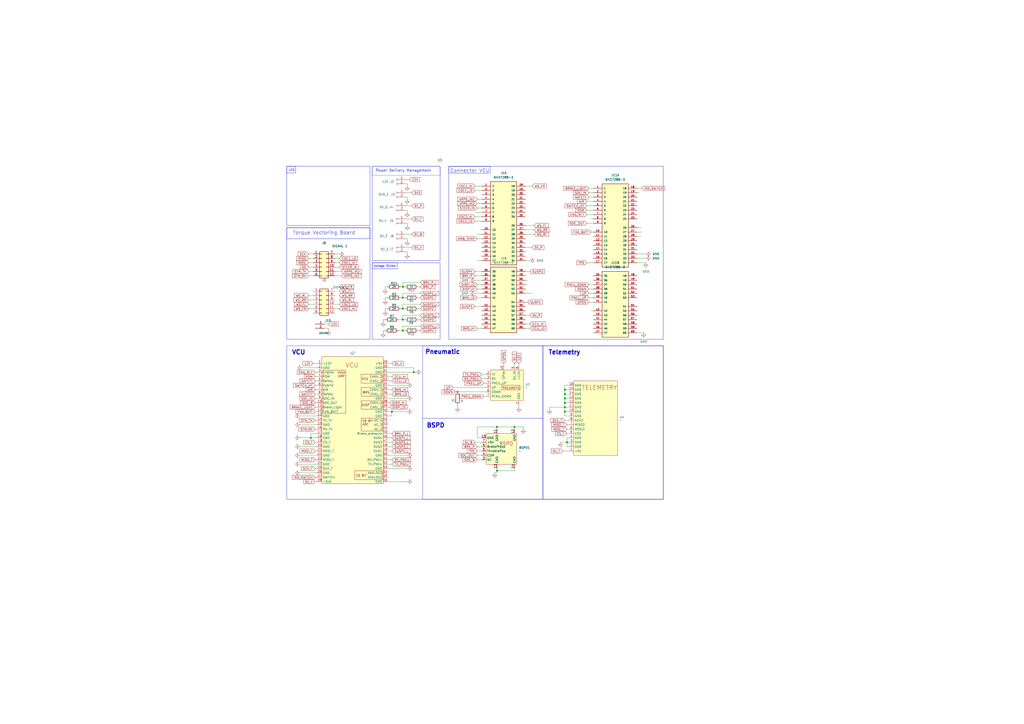
<source format=kicad_sch>
(kicad_sch (version 20250114) (generator "eeschema") (generator_version "9.0")
  (paper "A2")
  (rectangle (start 166.37 132.08) (end 214.63 196.85))
  (rectangle (start 166.37 200.66) (end 384.81 289.56))
  (rectangle (start 314.96 200.66) (end 384.81 289.56))
  (rectangle (start 260.3857 96.6124) (end 284.5157 100.4224))
  (rectangle (start 245.11 200.66) (end 314.96 289.56))
  (rectangle (start 260.35 96.52) (end 384.81 196.85))
  (rectangle (start 215.9 96.52) (end 255.27 151.13))
  (rectangle (start 166.37 132.08) (end 214.63 138.43))
  (rectangle (start 215.9205 152.4245) (end 230.5753 155.9594))
  (rectangle (start 215.9 152.4) (end 255.27 196.85))
  (rectangle (start 166.37 96.52) (end 171.45 100.33))
  (rectangle (start 215.9 96.52) (end 255.27 101.6) (stroke (width 0.0508)))
  (rectangle (start 166.37 96.52) (end 214.63 130.81))
  (text "LED\n" (at 169.164 98.806 0) (effects (font (size 1.27 1.27))))
  (text "Connector VCU" (at 272.5777 99.1524 0) (effects (font (size 2.032 2.032))))
  (text "VCU" (at 173.228 204.47 0) (effects (font (size 2.54 2.54) (thickness 0.508) (bold yes))))
  (text "Torque Vectoring Board\n" (at 187.96 135.128 0) (effects (font (size 2.032 2.032))))
  (text "Telemetry\n" (at 327.406 204.47 0) (effects (font (size 2.54 2.54) (thickness 0.508) (bold yes))))
  (text "Voltage Divider" (at 223.2865 154.4565 0) (effects (font (size 1.143 1.143))))
  (text "BSPD" (at 252.73 246.888 0) (effects (font (size 2.54 2.54) (thickness 0.508) (bold yes))))
  (text "Pneumatic" (at 256.794 204.216 0) (effects (font (size 2.54 2.54) (thickness 0.508) (bold yes))))
  (text "Power Delivery Management\n" (at 233.934 99.06 0) (effects (font (size 1.524 1.524))))
  (junction (at 327.66 228.6))
  (junction (at 233.68 185.42))
  (junction (at 233.68 172.72))
  (junction (at 288.29 247.65))
  (junction (at 327.66 233.68))
  (junction (at 327.66 226.06))
  (junction (at 233.68 166.37))
  (junction (at 233.68 179.07))
  (junction (at 180.34 254))
  (junction (at 327.66 236.22))
  (junction (at 227.33 238.76))
  (junction (at 288.29 273.05))
  (junction (at 327.66 231.14))
  (junction (at 298.45 247.65))
  (junction (at 327.66 238.76))
  (junction (at 233.68 191.77))
  (junction (at 240.03 215.9))
  (junction (at 328.93 256.54))
  (junction (at 265.43 227.33))
  (wire (pts (xy 181.61 173.99) (xy 179.07 173.99)))
  (wire (pts (xy 369.57 109.22) (xy 372.11 109.22)))
  (wire (pts (xy 276.86 190.5) (xy 279.4 190.5)))
  (wire (pts (xy 234.95 121.92) (xy 236.22 121.92)))
  (wire (pts (xy 234.95 106.68) (xy 236.22 106.68)))
  (wire (pts (xy 224.79 251.46) (xy 227.33 251.46)))
  (wire (pts (xy 304.8 190.5) (xy 307.34 190.5)))
  (wire (pts (xy 194.31 154.94) (xy 196.85 154.94)))
  (wire (pts (xy 182.88 243.84) (xy 184.15 243.84)))
  (wire (pts (xy 300.99 210.82) (xy 300.99 212.09)))
  (wire (pts (xy 275.59 160.02) (xy 279.4 160.02)))
  (wire (pts (xy 276.86 172.72) (xy 279.4 172.72)))
  (wire (pts (xy 234.95 185.42) (xy 233.68 185.42)))
  (wire (pts (xy 276.86 259.08) (xy 279.4 259.08)))
  (wire (pts (xy 181.61 179.07) (xy 179.07 179.07)))
  (wire (pts (xy 369.57 193.04) (xy 373.38 193.04)))
  (wire (pts (xy 182.88 261.62) (xy 184.15 261.62)))
  (wire (pts (xy 194.31 157.48) (xy 198.12 157.48)))
  (wire (pts (xy 224.79 266.7) (xy 227.33 266.7)))
  (wire (pts (xy 234.95 104.14) (xy 237.49 104.14)))
  (wire (pts (xy 234.95 114.3) (xy 236.22 114.3)))
  (wire (pts (xy 292.1 210.82) (xy 292.1 212.09)))
  (wire (pts (xy 236.22 146.05) (xy 236.22 147.32)))
  (wire (pts (xy 327.66 238.76) (xy 327.66 236.22)))
  (wire (pts (xy 179.07 154.94) (xy 181.61 154.94)))
  (wire (pts (xy 327.66 226.06) (xy 327.66 228.6)))
  (wire (pts (xy 342.9 134.62) (xy 344.17 134.62)))
  (wire (pts (xy 233.68 189.23) (xy 233.68 191.77)))
  (wire (pts (xy 196.85 179.07) (xy 194.31 179.07)))
  (wire (pts (xy 224.79 220.98) (xy 227.33 220.98)))
  (wire (pts (xy 275.59 107.95) (xy 279.4 107.95)))
  (wire (pts (xy 224.79 223.52) (xy 236.22 223.52)))
  (wire (pts (xy 304.8 143.51) (xy 308.61 143.51)))
  (wire (pts (xy 340.36 116.84) (xy 344.17 116.84)))
  (wire (pts (xy 288.29 247.65) (xy 298.45 247.65)))
  (wire (pts (xy 233.68 182.88) (xy 233.68 185.42)))
  (wire (pts (xy 327.66 231.14) (xy 330.2 231.14)))
  (wire (pts (xy 340.36 129.54) (xy 344.17 129.54)))
  (wire (pts (xy 173.99 241.3) (xy 184.15 241.3)))
  (wire (pts (xy 304.8 157.48) (xy 307.34 157.48)))
  (wire (pts (xy 179.07 152.4) (xy 181.61 152.4)))
  (wire (pts (xy 276.86 261.62) (xy 279.4 261.62)))
  (wire (pts (xy 279.4 217.17) (xy 281.94 217.17)))
  (wire (pts (xy 341.63 170.18) (xy 344.17 170.18)))
  (wire (pts (xy 224.79 271.78) (xy 236.22 271.78)))
  (wire (pts (xy 327.66 233.68) (xy 330.2 233.68)))
  (wire (pts (xy 233.68 191.77) (xy 234.95 191.77)))
  (wire (pts (xy 234.95 146.05) (xy 236.22 146.05)))
  (wire (pts (xy 298.45 271.78) (xy 298.45 273.05)))
  (wire (pts (xy 243.84 163.83) (xy 233.68 163.83)))
  (wire (pts (xy 223.52 166.37) (xy 223.52 167.64)))
  (wire (pts (xy 236.22 231.14) (xy 224.79 231.14)))
  (wire (pts (xy 182.88 236.22) (xy 184.15 236.22)))
  (wire (pts (xy 276.86 138.43) (xy 279.4 138.43)))
  (wire (pts (xy 227.33 241.3) (xy 227.33 238.76)))
  (wire (pts (xy 275.59 162.56) (xy 279.4 162.56)))
  (wire (pts (xy 241.3 215.9) (xy 240.03 215.9)))
  (wire (pts (xy 327.66 223.52) (xy 327.66 226.06)))
  (wire (pts (xy 234.95 143.51) (xy 238.76 143.51)))
  (wire (pts (xy 224.79 228.6) (xy 227.33 228.6)))
  (wire (pts (xy 233.68 170.18) (xy 233.68 172.72)))
  (wire (pts (xy 194.31 147.32) (xy 196.85 147.32)))
  (wire (pts (xy 304.8 187.96) (xy 307.34 187.96)))
  (wire (pts (xy 173.99 246.38) (xy 184.15 246.38)))
  (wire (pts (xy 224.79 226.06) (xy 227.33 226.06)))
  (wire (pts (xy 243.84 170.18) (xy 233.68 170.18)))
  (wire (pts (xy 279.4 254) (xy 276.86 254)))
  (wire (pts (xy 224.79 241.3) (xy 227.33 241.3)))
  (wire (pts (xy 327.66 238.76) (xy 330.2 238.76)))
  (wire (pts (xy 236.22 129.54) (xy 236.22 130.81)))
  (wire (pts (xy 280.67 222.25) (xy 281.94 222.25)))
  (wire (pts (xy 224.79 166.37) (xy 223.52 166.37)))
  (wire (pts (xy 275.59 125.73) (xy 279.4 125.73)))
  (wire (pts (xy 242.57 191.77) (xy 243.84 191.77)))
  (wire (pts (xy 181.61 176.53) (xy 179.07 176.53)))
  (wire (pts (xy 243.84 182.88) (xy 233.68 182.88)))
  (wire (pts (xy 276.86 254) (xy 276.86 247.65)))
  (wire (pts (xy 187.96 190.5) (xy 190.5 190.5)))
  (wire (pts (xy 304.8 135.89) (xy 309.88 135.89)))
  (wire (pts (xy 327.66 243.84) (xy 330.2 243.84)))
  (wire (pts (xy 232.41 172.72) (xy 233.68 172.72)))
  (wire (pts (xy 224.79 172.72) (xy 223.52 172.72)))
  (wire (pts (xy 182.88 233.68) (xy 184.15 233.68)))
  (wire (pts (xy 276.86 266.7) (xy 279.4 266.7)))
  (wire (pts (xy 222.25 185.42) (xy 222.25 186.69)))
  (wire (pts (xy 224.79 213.36) (xy 240.03 213.36)))
  (wire (pts (xy 275.59 157.48) (xy 279.4 157.48)))
  (wire (pts (xy 196.85 176.53) (xy 194.31 176.53)))
  (wire (pts (xy 223.52 172.72) (xy 223.52 173.99)))
  (wire (pts (xy 275.59 110.49) (xy 279.4 110.49)))
  (wire (pts (xy 342.9 180.34) (xy 344.17 180.34)))
  (wire (pts (xy 224.79 210.82) (xy 227.33 210.82)))
  (wire (pts (xy 369.57 147.32) (xy 374.65 147.32)))
  (wire (pts (xy 224.79 233.68) (xy 226.06 233.68)))
  (wire (pts (xy 242.57 166.37) (xy 243.84 166.37)))
  (wire (pts (xy 242.57 172.72) (xy 243.84 172.72)))
  (wire (pts (xy 236.22 106.68) (xy 236.22 107.95)))
  (wire (pts (xy 341.63 111.76) (xy 344.17 111.76)))
  (wire (pts (xy 369.57 137.16) (xy 372.11 137.16)))
  (wire (pts (xy 341.63 167.64) (xy 344.17 167.64)))
  (wire (pts (xy 276.86 151.13) (xy 279.4 151.13)))
  (wire (pts (xy 327.66 231.14) (xy 327.66 233.68)))
  (wire (pts (xy 287.02 274.32) (xy 288.29 274.32)))
  (wire (pts (xy 182.88 266.7) (xy 184.15 266.7)))
  (wire (pts (xy 275.59 170.18) (xy 279.4 170.18)))
  (wire (pts (xy 298.45 247.65) (xy 303.53 247.65)))
  (wire (pts (xy 222.25 191.77) (xy 222.25 193.04)))
  (wire (pts (xy 224.79 254) (xy 227.33 254)))
  (wire (pts (xy 173.99 264.16) (xy 184.15 264.16)))
  (wire (pts (xy 276.86 135.89) (xy 279.4 135.89)))
  (wire (pts (xy 194.31 160.02) (xy 198.12 160.02)))
  (wire (pts (xy 234.95 135.89) (xy 238.76 135.89)))
  (wire (pts (xy 330.2 241.3) (xy 327.66 241.3)))
  (wire (pts (xy 340.36 119.38) (xy 344.17 119.38)))
  (wire (pts (xy 276.86 165.1) (xy 279.4 165.1)))
  (wire (pts (xy 184.15 251.46) (xy 180.34 251.46)))
  (wire (pts (xy 304.8 162.56) (xy 306.07 162.56)))
  (wire (pts (xy 182.88 218.44) (xy 184.15 218.44)))
  (wire (pts (xy 233.68 176.53) (xy 233.68 179.07)))
  (wire (pts (xy 265.43 227.33) (xy 281.94 227.33)))
  (wire (pts (xy 231.14 191.77) (xy 233.68 191.77)))
  (wire (pts (xy 224.79 215.9) (xy 240.03 215.9)))
  (wire (pts (xy 369.57 152.4) (xy 374.65 152.4)))
  (wire (pts (xy 342.9 127) (xy 344.17 127)))
  (wire (pts (xy 223.52 185.42) (xy 222.25 185.42)))
  (wire (pts (xy 236.22 114.3) (xy 236.22 115.57)))
  (wire (pts (xy 233.68 179.07) (xy 234.95 179.07)))
  (wire (pts (xy 369.57 111.76) (xy 370.84 111.76)))
  (wire (pts (xy 182.88 220.98) (xy 184.15 220.98)))
  (wire (pts (xy 234.95 129.54) (xy 236.22 129.54)))
  (wire (pts (xy 275.59 177.8) (xy 279.4 177.8)))
  (wire (pts (xy 280.67 229.87) (xy 281.94 229.87)))
  (wire (pts (xy 243.84 176.53) (xy 233.68 176.53)))
  (wire (pts (xy 304.8 170.18) (xy 308.61 170.18)))
  (wire (pts (xy 327.66 228.6) (xy 330.2 228.6)))
  (wire (pts (xy 175.26 213.36) (xy 184.15 213.36)))
  (wire (pts (xy 288.29 274.32) (xy 288.29 273.05)))
  (wire (pts (xy 275.59 128.27) (xy 279.4 128.27)))
  (wire (pts (xy 234.95 111.76) (xy 238.76 111.76)))
  (wire (pts (xy 242.57 179.07) (xy 243.84 179.07)))
  (wire (pts (xy 179.07 160.02) (xy 181.61 160.02)))
  (wire (pts (xy 288.29 273.05) (xy 288.29 271.78)))
  (wire (pts (xy 327.66 233.68) (xy 327.66 236.22)))
  (wire (pts (xy 223.52 179.07) (xy 223.52 180.34)))
  (wire (pts (xy 182.88 276.86) (xy 184.15 276.86)))
  (wire (pts (xy 276.86 120.65) (xy 279.4 120.65)))
  (wire (pts (xy 181.61 210.82) (xy 184.15 210.82)))
  (wire (pts (xy 278.13 133.35) (xy 279.4 133.35)))
  (wire (pts (xy 328.93 256.54) (xy 328.93 259.08)))
  (wire (pts (xy 173.99 259.08) (xy 184.15 259.08)))
  (wire (pts (xy 182.88 226.06) (xy 184.15 226.06)))
  (wire (pts (xy 180.34 254) (xy 184.15 254)))
  (wire (pts (xy 340.36 121.92) (xy 344.17 121.92)))
  (wire (pts (xy 224.79 261.62) (xy 227.33 261.62)))
  (wire (pts (xy 303.53 247.65) (xy 303.53 248.92)))
  (wire (pts (xy 233.68 172.72) (xy 234.95 172.72)))
  (wire (pts (xy 330.2 254) (xy 328.93 254)))
  (wire (pts (xy 232.41 179.07) (xy 233.68 179.07)))
  (wire (pts (xy 173.99 269.24) (xy 184.15 269.24)))
  (wire (pts (xy 240.03 213.36) (xy 240.03 215.9)))
  (wire (pts (xy 298.45 247.65) (xy 298.45 248.92)))
  (wire (pts (xy 369.57 134.62) (xy 372.11 134.62)))
  (wire (pts (xy 234.95 138.43) (xy 236.22 138.43)))
  (wire (pts (xy 224.79 256.54) (xy 227.33 256.54)))
  (wire (pts (xy 304.8 175.26) (xy 306.07 175.26)))
  (wire (pts (xy 341.63 165.1) (xy 344.17 165.1)))
  (wire (pts (xy 341.63 175.26) (xy 344.17 175.26)))
  (wire (pts (xy 327.66 241.3) (xy 327.66 238.76)))
  (wire (pts (xy 233.68 166.37) (xy 234.95 166.37)))
  (wire (pts (xy 233.68 163.83) (xy 233.68 166.37)))
  (wire (pts (xy 328.93 248.92) (xy 330.2 248.92)))
  (wire (pts (xy 330.2 256.54) (xy 328.93 256.54)))
  (wire (pts (xy 298.45 210.82) (xy 298.45 212.09)))
  (wire (pts (xy 327.66 236.22) (xy 318.77 236.22)))
  (wire (pts (xy 224.79 279.4) (xy 236.22 279.4)))
  (wire (pts (xy 224.79 238.76) (xy 227.33 238.76)))
  (wire (pts (xy 330.2 251.46) (xy 328.93 251.46)))
  (wire (pts (xy 182.88 279.4) (xy 184.15 279.4)))
  (wire (pts (xy 190.5 190.5) (xy 190.5 191.77)))
  (wire (pts (xy 242.57 185.42) (xy 243.84 185.42)))
  (wire (pts (xy 300.99 234.95) (xy 300.99 236.22)))
  (wire (pts (xy 194.31 149.86) (xy 196.85 149.86)))
  (wire (pts (xy 194.31 152.4) (xy 196.85 152.4)))
  (wire (pts (xy 304.8 107.95) (xy 308.61 107.95)))
  (wire (pts (xy 182.88 248.92) (xy 184.15 248.92)))
  (wire (pts (xy 187.96 187.96) (xy 190.5 187.96)))
  (wire (pts (xy 264.16 227.33) (xy 265.43 227.33)))
  (wire (pts (xy 304.8 182.88) (xy 307.34 182.88)))
  (wire (pts (xy 231.14 185.42) (xy 233.68 185.42)))
  (wire (pts (xy 181.61 171.45) (xy 179.07 171.45)))
  (wire (pts (xy 236.22 121.92) (xy 236.22 123.19)))
  (wire (pts (xy 369.57 149.86) (xy 374.65 149.86)))
  (wire (pts (xy 288.29 247.65) (xy 288.29 248.92)))
  (wire (pts (xy 182.88 231.14) (xy 184.15 231.14)))
  (wire (pts (xy 224.79 236.22) (xy 226.06 236.22)))
  (wire (pts (xy 326.39 261.62) (xy 330.2 261.62)))
  (wire (pts (xy 275.59 123.19) (xy 279.4 123.19)))
  (wire (pts (xy 224.79 179.07) (xy 223.52 179.07)))
  (wire (pts (xy 304.8 165.1) (xy 306.07 165.1)))
  (wire (pts (xy 236.22 138.43) (xy 236.22 139.7)))
  (wire (pts (xy 328.93 246.38) (xy 330.2 246.38)))
  (wire (pts (xy 224.79 259.08) (xy 227.33 259.08)))
  (wire (pts (xy 224.79 218.44) (xy 227.33 218.44)))
  (wire (pts (xy 275.59 256.54) (xy 279.4 256.54)))
  (wire (pts (xy 224.79 264.16) (xy 236.22 264.16)))
  (wire (pts (xy 224.79 269.24) (xy 227.33 269.24)))
  (wire (pts (xy 327.66 223.52) (xy 330.2 223.52)))
  (wire (pts (xy 173.99 274.32) (xy 184.15 274.32)))
  (wire (pts (xy 234.95 127) (xy 238.76 127)))
  (wire (pts (xy 340.36 124.46) (xy 344.17 124.46)))
  (wire (pts (xy 179.07 147.32) (xy 181.61 147.32)))
  (wire (pts (xy 223.52 191.77) (xy 222.25 191.77)))
  (wire (pts (xy 327.66 226.06) (xy 330.2 226.06)))
  (wire (pts (xy 304.8 130.81) (xy 309.88 130.81)))
  (wire (pts (xy 182.88 256.54) (xy 184.15 256.54)))
  (wire (pts (xy 180.34 251.46) (xy 180.34 254)))
  (wire (pts (xy 182.88 271.78) (xy 184.15 271.78)))
  (wire (pts (xy 325.12 256.54) (xy 328.93 256.54)))
  (wire (pts (xy 227.33 238.76) (xy 236.22 238.76)))
  (wire (pts (xy 262.89 224.79) (xy 281.94 224.79)))
  (wire (pts (xy 304.8 133.35) (xy 309.88 133.35)))
  (wire (pts (xy 276.86 167.64) (xy 279.4 167.64)))
  (polyline (pts (xy 245.11 242.57) (xy 314.96 242.57)))
  (wire (pts (xy 327.66 236.22) (xy 330.2 236.22)))
  (wire (pts (xy 318.77 236.22) (xy 318.77 237.49)))
  (wire (pts (xy 182.88 228.6) (xy 184.15 228.6)))
  (wire (pts (xy 327.66 228.6) (xy 327.66 231.14)))
  (wire (pts (xy 182.88 223.52) (xy 184.15 223.52)))
  (wire (pts (xy 369.57 132.08) (xy 372.11 132.08)))
  (wire (pts (xy 341.63 114.3) (xy 344.17 114.3)))
  (wire (pts (xy 182.88 215.9) (xy 184.15 215.9)))
  (wire (pts (xy 340.36 152.4) (xy 344.17 152.4)))
  (wire (pts (xy 276.86 115.57) (xy 279.4 115.57)))
  (wire (pts (xy 328.93 259.08) (xy 330.2 259.08)))
  (wire (pts (xy 276.86 247.65) (xy 288.29 247.65)))
  (wire (pts (xy 173.99 254) (xy 180.34 254)))
  (wire (pts (xy 234.95 119.38) (xy 238.76 119.38)))
  (wire (pts (xy 276.86 118.11) (xy 279.4 118.11)))
  (wire (pts (xy 328.93 254) (xy 328.93 256.54)))
  (wire (pts (xy 265.43 234.95) (xy 265.43 236.22)))
  (wire (pts (xy 341.63 172.72) (xy 344.17 172.72)))
  (wire (pts (xy 304.8 151.13) (xy 307.34 151.13)))
  (wire (pts (xy 179.07 157.48) (xy 181.61 157.48)))
  (wire (pts (xy 243.84 189.23) (xy 233.68 189.23)))
  (wire (pts (xy 232.41 166.37) (xy 233.68 166.37)))
  (wire (pts (xy 276.86 264.16) (xy 279.4 264.16)))
  (wire (pts (xy 182.88 238.76) (xy 184.15 238.76)))
  (wire (pts (xy 279.4 219.71) (xy 281.94 219.71)))
  (wire (pts (xy 341.63 109.22) (xy 344.17 109.22)))
  (wire (pts (xy 179.07 149.86) (xy 181.61 149.86)))
  (wire (pts (xy 298.45 273.05) (xy 288.29 273.05)))
  (global_label "WS_RL" (shape input) (at 309.88 135.89 0) (property "Intersheetrefs" "${INTERSHEET_REFS}" (effects (hide yes))))
  (global_label "SCK_T" (shape input) (at 182.88 271.78 180) (property "Intersheetrefs" "${INTERSHEET_REFS}" (effects (hide yes))))
  (global_label "SWITCH_HY" (shape input) (at 182.88 223.52 180) (property "Intersheetrefs" "${INTERSHEET_REFS}" (effects (hide yes))))
  (global_label "BMS_LO" (shape input) (at 276.86 172.72 180) (property "Intersheetrefs" "${INTERSHEET_REFS}" (effects (hide yes))))
  (global_label "5V_B" (shape input) (at 275.59 256.54 180) (property "Intersheetrefs" "${INTERSHEET_REFS}" (effects (hide yes))))
  (global_label "SUSP1_L" (shape input) (at 243.84 170.18 0) (property "Intersheetrefs" "${INTERSHEET_REFS}" (effects (hide yes))))
  (global_label "SCK" (shape input) (at 179.07 147.32 180) (property "Intersheetrefs" "${INTERSHEET_REFS}" (effects (hide yes))))
  (global_label "DISP_LO" (shape input) (at 276.86 165.1 180) (property "Intersheetrefs" "${INTERSHEET_REFS}" (effects (hide yes))))
  (global_label "BMS_HI" (shape input) (at 276.86 190.5 180) (property "Intersheetrefs" "${INTERSHEET_REFS}" (effects (hide yes))))
  (global_label "MOSI" (shape input) (at 179.07 152.4 180) (property "Intersheetrefs" "${INTERSHEET_REFS}" (effects (hide yes))))
  (global_label "WS_FL" (shape input) (at 196.85 168.91 0) (property "Intersheetrefs" "${INTERSHEET_REFS}" (effects (hide yes))))
  (global_label "TX_PNEU" (shape input) (at 227.33 269.24 0) (property "Intersheetrefs" "${INTERSHEET_REFS}" (effects (hide yes))))
  (global_label "IND_SWITCH" (shape input) (at 372.11 109.22 0) (property "Intersheetrefs" "${INTERSHEET_REFS}" (effects (hide yes))))
  (global_label "UP" (shape input) (at 262.89 224.79 180) (property "Intersheetrefs" "${INTERSHEET_REFS}" (effects (hide yes))))
  (global_label "5V_V" (shape input) (at 182.88 279.4 180) (property "Intersheetrefs" "${INTERSHEET_REFS}" (effects (hide yes))))
  (global_label "SUSP4" (shape input) (at 275.59 157.48 180) (property "Intersheetrefs" "${INTERSHEET_REFS}" (effects (hide yes))))
  (global_label "5V_T" (shape input) (at 298.45 210.82 90) (property "Intersheetrefs" "${INTERSHEET_REFS}" (effects (hide yes))))
  (global_label "AIR" (shape input) (at 182.88 226.06 180) (property "Intersheetrefs" "${INTERSHEET_REFS}" (effects (hide yes))))
  (global_label "WS_FR" (shape input) (at 308.61 107.95 0) (property "Intersheetrefs" "${INTERSHEET_REFS}" (effects (hide yes))))
  (global_label "WS_FL" (shape input) (at 309.88 130.81 0) (property "Intersheetrefs" "${INTERSHEET_REFS}" (effects (hide yes))))
  (global_label "FAN_BATT" (shape input) (at 342.9 134.62 180) (property "Intersheetrefs" "${INTERSHEET_REFS}" (effects (hide yes))))
  (global_label "12V" (shape input) (at 300.99 210.82 90) (property "Intersheetrefs" "${INTERSHEET_REFS}" (effects (hide yes))))
  (global_label "STM_RX" (shape input) (at 179.07 160.02 180) (property "Intersheetrefs" "${INTERSHEET_REFS}" (effects (hide yes))))
  (global_label "SAFETY" (shape input) (at 182.88 220.98 180) (property "Intersheetrefs" "${INTERSHEET_REFS}" (effects (hide yes))))
  (global_label "MISO_T" (shape input) (at 182.88 266.7 180) (property "Intersheetrefs" "${INTERSHEET_REFS}" (effects (hide yes))))
  (global_label "DOWN" (shape input) (at 264.16 227.33 180) (property "Intersheetrefs" "${INTERSHEET_REFS}" (effects (hide yes))))
  (global_label "SDC_B" (shape input) (at 182.88 233.68 180) (property "Intersheetrefs" "${INTERSHEET_REFS}" (effects (hide yes))))
  (global_label "SUSP4_L" (shape input) (at 243.84 189.23 0) (property "Intersheetrefs" "${INTERSHEET_REFS}" (effects (hide yes))))
  (global_label "SUSP4_L" (shape input) (at 227.33 254 0) (property "Intersheetrefs" "${INTERSHEET_REFS}" (effects (hide yes))))
  (global_label "SUSP1" (shape input) (at 306.07 175.26 0) (property "Intersheetrefs" "${INTERSHEET_REFS}" (effects (hide yes))))
  (global_label "PDM" (shape input) (at 182.88 218.44 180) (property "Intersheetrefs" "${INTERSHEET_REFS}" (effects (hide yes))))
  (global_label "ENG_RLY" (shape input) (at 182.88 215.9 180) (property "Intersheetrefs" "${INTERSHEET_REFS}" (effects (hide yes))))
  (global_label "ESC1_HI" (shape input) (at 275.59 107.95 180) (property "Intersheetrefs" "${INTERSHEET_REFS}" (effects (hide yes))))
  (global_label "5V_B" (shape input) (at 238.76 135.89 0) (property "Intersheetrefs" "${INTERSHEET_REFS}" (effects (hide yes))))
  (global_label "SUSP3_L" (shape input) (at 227.33 256.54 0) (property "Intersheetrefs" "${INTERSHEET_REFS}" (effects (hide yes))))
  (global_label "WS_RR" (shape input) (at 309.88 133.35 0) (property "Intersheetrefs" "${INTERSHEET_REFS}" (effects (hide yes))))
  (global_label "WS_FR" (shape input) (at 179.07 179.07 180) (property "Intersheetrefs" "${INTERSHEET_REFS}" (effects (hide yes))))
  (global_label "RX_PNEU" (shape input) (at 227.33 266.7 0) (property "Intersheetrefs" "${INTERSHEET_REFS}" (effects (hide yes))))
  (global_label "ESC1_LO" (shape input) (at 196.85 149.86 0) (property "Intersheetrefs" "${INTERSHEET_REFS}" (effects (hide yes))))
  (global_label "SUSP2_L" (shape input) (at 227.33 259.08 0) (property "Intersheetrefs" "${INTERSHEET_REFS}" (effects (hide yes))))
  (global_label "ECU_HI" (shape input) (at 307.34 187.96 0) (property "Intersheetrefs" "${INTERSHEET_REFS}" (effects (hide yes))))
  (global_label "12V" (shape input) (at 190.5 187.96 0) (property "Intersheetrefs" "${INTERSHEET_REFS}" (effects (hide yes))))
  (global_label "DISP_HI" (shape input) (at 276.86 167.64 180) (property "Intersheetrefs" "${INTERSHEET_REFS}" (effects (hide yes))))
  (global_label "12V" (shape input) (at 237.49 104.14 0) (property "Intersheetrefs" "${INTERSHEET_REFS}" (effects (hide yes))))
  (global_label "5V_V" (shape input) (at 238.76 143.51 0) (property "Intersheetrefs" "${INTERSHEET_REFS}" (effects (hide yes))))
  (global_label "SUSP1" (shape input) (at 243.84 172.72 0) (property "Intersheetrefs" "${INTERSHEET_REFS}" (effects (hide yes))))
  (global_label "APPS_IN1" (shape input) (at 198.12 160.02 0) (property "Intersheetrefs" "${INTERSHEET_REFS}" (effects (hide yes))))
  (global_label "SUSP2" (shape input) (at 307.34 157.48 0) (property "Intersheetrefs" "${INTERSHEET_REFS}" (effects (hide yes))))
  (global_label "ESC2_LO" (shape input) (at 196.85 176.53 0) (property "Intersheetrefs" "${INTERSHEET_REFS}" (effects (hide yes))))
  (global_label "TX_PNEU" (shape input) (at 279.4 217.17 180) (property "Intersheetrefs" "${INTERSHEET_REFS}" (effects (hide yes))))
  (global_label "MOSI_T" (shape input) (at 182.88 261.62 180) (property "Intersheetrefs" "${INTERSHEET_REFS}" (effects (hide yes))))
  (global_label "ESC2_LO" (shape input) (at 275.59 128.27 180) (property "Intersheetrefs" "${INTERSHEET_REFS}" (effects (hide yes))))
  (global_label "WS_FL" (shape input) (at 179.07 176.53 180) (property "Intersheetrefs" "${INTERSHEET_REFS}" (effects (hide yes))))
  (global_label "SUSP3" (shape input) (at 243.84 185.42 0) (property "Intersheetrefs" "${INTERSHEET_REFS}" (effects (hide yes))))
  (global_label "RX_PNEU" (shape input) (at 279.4 219.71 180) (property "Intersheetrefs" "${INTERSHEET_REFS}" (effects (hide yes))))
  (global_label "CS_T" (shape input) (at 182.88 256.54 180) (property "Intersheetrefs" "${INTERSHEET_REFS}" (effects (hide yes))))
  (global_label "DISP_LO" (shape input) (at 226.06 236.22 0) (property "Intersheetrefs" "${INTERSHEET_REFS}" (effects (hide yes))))
  (global_label "PNEU_DOWN" (shape input) (at 341.63 165.1 180) (property "Intersheetrefs" "${INTERSHEET_REFS}" (effects (hide yes))))
  (global_label "5V_V" (shape input) (at 227.33 210.82 0) (property "Intersheetrefs" "${INTERSHEET_REFS}" (effects (hide yes))))
  (global_label "5V_T" (shape input) (at 238.76 127 0) (property "Intersheetrefs" "${INTERSHEET_REFS}" (effects (hide yes))))
  (global_label "5V_P" (shape input) (at 308.61 143.51 0) (property "Intersheetrefs" "${INTERSHEET_REFS}" (effects (hide yes))))
  (global_label "SUSP3_L" (shape input) (at 243.84 182.88 0) (property "Intersheetrefs" "${INTERSHEET_REFS}" (effects (hide yes))))
  (global_label "PNEU_DOWN" (shape input) (at 280.67 229.87 180) (property "Intersheetrefs" "${INTERSHEET_REFS}" (effects (hide yes))))
  (global_label "FAN_BATT" (shape input) (at 182.88 238.76 180) (property "Intersheetrefs" "${INTERSHEET_REFS}" (effects (hide yes))))
  (global_label "WS_FR" (shape input) (at 196.85 166.37 0) (property "Intersheetrefs" "${INTERSHEET_REFS}" (effects (hide yes))))
  (global_label "SUSP3" (shape input) (at 275.59 177.8 180) (property "Intersheetrefs" "${INTERSHEET_REFS}" (effects (hide yes))))
  (global_label "SWITCH_HY" (shape input) (at 340.36 119.38 180) (property "Intersheetrefs" "${INTERSHEET_REFS}" (effects (hide yes))))
  (global_label "PDM" (shape input) (at 340.36 121.92 180) (property "Intersheetrefs" "${INTERSHEET_REFS}" (effects (hide yes))))
  (global_label "AMB_TEMP" (shape input) (at 276.86 138.43 180) (property "Intersheetrefs" "${INTERSHEET_REFS}" (effects (hide yes))))
  (global_label "APPS_IN1" (shape input) (at 276.86 115.57 180) (property "Intersheetrefs" "${INTERSHEET_REFS}" (effects (hide yes))))
  (global_label "SDC_B" (shape input) (at 276.86 266.7 180) (property "Intersheetrefs" "${INTERSHEET_REFS}" (effects (hide yes))))
  (global_label "SCK_T" (shape input) (at 327.66 243.84 180) (property "Intersheetrefs" "${INTERSHEET_REFS}" (effects (hide yes))))
  (global_label "GPOS" (shape input) (at 341.63 175.26 180) (property "Intersheetrefs" "${INTERSHEET_REFS}" (effects (hide yes))))
  (global_label "STEER_IN" (shape input) (at 196.85 154.94 0) (property "Intersheetrefs" "${INTERSHEET_REFS}" (effects (hide yes))))
  (global_label "UP" (shape input) (at 341.63 170.18 180) (property "Intersheetrefs" "${INTERSHEET_REFS}" (effects (hide yes))))
  (global_label "APPS_IN2" (shape input) (at 198.12 157.48 0) (property "Intersheetrefs" "${INTERSHEET_REFS}" (effects (hide yes))))
  (global_label "BRAKE_LIGHT" (shape input) (at 341.63 109.22 180) (property "Intersheetrefs" "${INTERSHEET_REFS}" (effects (hide yes))))
  (global_label "BRK_P" (shape input) (at 276.86 259.08 180) (property "Intersheetrefs" "${INTERSHEET_REFS}" (effects (hide yes))))
  (global_label "STM_TX" (shape input) (at 179.07 157.48 180) (property "Intersheetrefs" "${INTERSHEET_REFS}" (effects (hide yes))))
  (global_label "ECU_HI" (shape input) (at 227.33 218.44 0) (property "Intersheetrefs" "${INTERSHEET_REFS}" (effects (hide yes))))
  (global_label "MISO_T" (shape input) (at 328.93 246.38 180) (property "Intersheetrefs" "${INTERSHEET_REFS}" (effects (hide yes))))
  (global_label "BRK_P_L" (shape input) (at 243.84 163.83 0) (property "Intersheetrefs" "${INTERSHEET_REFS}" (effects (hide yes))))
  (global_label "PNEU_UP" (shape input) (at 341.63 172.72 180) (property "Intersheetrefs" "${INTERSHEET_REFS}" (effects (hide yes))))
  (global_label "SUSP1_L" (shape input) (at 227.33 261.62 0) (property "Intersheetrefs" "${INTERSHEET_REFS}" (effects (hide yes))))
  (global_label "SDC_IN" (shape input) (at 341.63 111.76 180) (property "Intersheetrefs" "${INTERSHEET_REFS}" (effects (hide yes))))
  (global_label "SDC_OUT" (shape input) (at 276.86 264.16 180) (property "Intersheetrefs" "${INTERSHEET_REFS}" (effects (hide yes))))
  (global_label "SUSP4" (shape input) (at 243.84 191.77 0) (property "Intersheetrefs" "${INTERSHEET_REFS}" (effects (hide yes))))
  (global_label "AIR" (shape input) (at 340.36 116.84 180) (property "Intersheetrefs" "${INTERSHEET_REFS}" (effects (hide yes))))
  (global_label "TPS" (shape input) (at 276.86 261.62 180) (property "Intersheetrefs" "${INTERSHEET_REFS}" (effects (hide yes))))
  (global_label "MOSI_T" (shape input) (at 328.93 248.92 180) (property "Intersheetrefs" "${INTERSHEET_REFS}" (effects (hide yes))))
  (global_label "ESC2_HI" (shape input) (at 196.85 179.07 0) (property "Intersheetrefs" "${INTERSHEET_REFS}" (effects (hide yes))))
  (global_label "ECU_LO" (shape input) (at 227.33 220.98 0) (property "Intersheetrefs" "${INTERSHEET_REFS}" (effects (hide yes))))
  (global_label "IND_SWITCH" (shape input) (at 182.88 276.86 180) (property "Intersheetrefs" "${INTERSHEET_REFS}" (effects (hide yes))))
  (global_label "WS_RL" (shape input) (at 196.85 173.99 0) (property "Intersheetrefs" "${INTERSHEET_REFS}" (effects (hide yes))))
  (global_label "TPS" (shape input) (at 340.36 152.4 180) (property "Intersheetrefs" "${INTERSHEET_REFS}" (effects (hide yes))))
  (global_label "BRK_P" (shape input) (at 243.84 166.37 0) (property "Intersheetrefs" "${INTERSHEET_REFS}" (effects (hide yes))))
  (global_label "ESC1_HI" (shape input) (at 196.85 152.4 0) (property "Intersheetrefs" "${INTERSHEET_REFS}" (effects (hide yes))))
  (global_label "ESC2_HI" (shape input) (at 275.59 125.73 180) (property "Intersheetrefs" "${INTERSHEET_REFS}" (effects (hide yes))))
  (global_label "SUSP2" (shape input) (at 243.84 179.07 0) (property "Intersheetrefs" "${INTERSHEET_REFS}" (effects (hide yes))))
  (global_label "ESC1_LO" (shape input) (at 275.59 110.49 180) (property "Intersheetrefs" "${INTERSHEET_REFS}" (effects (hide yes))))
  (global_label "STM_RX" (shape input) (at 182.88 248.92 180) (property "Intersheetrefs" "${INTERSHEET_REFS}" (effects (hide yes))))
  (global_label "5V_T" (shape input) (at 326.39 261.62 180) (property "Intersheetrefs" "${INTERSHEET_REFS}" (effects (hide yes))))
  (global_label "ECU_LO" (shape input) (at 307.34 190.5 0) (property "Intersheetrefs" "${INTERSHEET_REFS}" (effects (hide yes))))
  (global_label "DISP_HI" (shape input) (at 226.06 233.68 0) (property "Intersheetrefs" "${INTERSHEET_REFS}" (effects (hide yes))))
  (global_label "SAFETY" (shape input) (at 182.88 228.6 180) (property "Intersheetrefs" "${INTERSHEET_REFS}" (effects (hide yes))))
  (global_label "5V_P" (shape input) (at 307.34 182.88 0) (property "Intersheetrefs" "${INTERSHEET_REFS}" (effects (hide yes))))
  (global_label "STEER_IN" (shape input) (at 276.86 120.65 180) (property "Intersheetrefs" "${INTERSHEET_REFS}" (effects (hide yes))))
  (global_label "BRK_P" (shape input) (at 275.59 160.02 180) (property "Intersheetrefs" "${INTERSHEET_REFS}" (effects (hide yes))))
  (global_label "GPOS" (shape input) (at 292.1 210.82 90) (property "Intersheetrefs" "${INTERSHEET_REFS}" (effects (hide yes))))
  (global_label "12V" (shape input) (at 181.61 210.82 180) (property "Intersheetrefs" "${INTERSHEET_REFS}" (effects (hide yes))))
  (global_label "BRK_P_L" (shape input) (at 227.33 251.46 0) (property "Intersheetrefs" "${INTERSHEET_REFS}" (effects (hide yes))))
  (global_label "WS_RR" (shape input) (at 179.07 173.99 180) (property "Intersheetrefs" "${INTERSHEET_REFS}" (effects (hide yes))))
  (global_label "3V3" (shape input) (at 238.76 111.76 0) (property "Intersheetrefs" "${INTERSHEET_REFS}" (effects (hide yes))))
  (global_label "DOWN" (shape input) (at 341.63 167.64 180) (property "Intersheetrefs" "${INTERSHEET_REFS}" (effects (hide yes))))
  (global_label "MISO" (shape input) (at 179.07 149.86 180) (property "Intersheetrefs" "${INTERSHEET_REFS}" (effects (hide yes))))
  (global_label "BMS_HI" (shape input) (at 227.33 226.06 0) (property "Intersheetrefs" "${INTERSHEET_REFS}" (effects (hide yes))))
  (global_label "PNEU_UP" (shape input) (at 280.67 222.25 180) (property "Intersheetrefs" "${INTERSHEET_REFS}" (effects (hide yes))))
  (global_label "SDC_IN" (shape input) (at 182.88 231.14 180) (property "Intersheetrefs" "${INTERSHEET_REFS}" (effects (hide yes))))
  (global_label "WS_RL" (shape input) (at 179.07 171.45 180) (property "Intersheetrefs" "${INTERSHEET_REFS}" (effects (hide yes))))
  (global_label "BRAKE_LIGHT" (shape input) (at 182.88 236.22 180) (property "Intersheetrefs" "${INTERSHEET_REFS}" (effects (hide yes))))
  (global_label "ENG_RLY" (shape input) (at 340.36 124.46 180) (property "Intersheetrefs" "${INTERSHEET_REFS}" (effects (hide yes))))
  (global_label "WS_RR" (shape input) (at 196.85 171.45 0) (property "Intersheetrefs" "${INTERSHEET_REFS}" (effects (hide yes))))
  (global_label "CS_T" (shape input) (at 328.93 251.46 180) (property "Intersheetrefs" "${INTERSHEET_REFS}" (effects (hide yes))))
  (global_label "SAFETY" (shape input) (at 341.63 114.3 180) (property "Intersheetrefs" "${INTERSHEET_REFS}" (effects (hide yes))))
  (global_label "SUSP2_L" (shape input) (at 243.84 176.53 0) (property "Intersheetrefs" "${INTERSHEET_REFS}" (effects (hide yes))))
  (global_label "SDC_OUT" (shape input) (at 340.36 129.54 180) (property "Intersheetrefs" "${INTERSHEET_REFS}" (effects (hide yes))))
  (global_label "BMS_LO" (shape input) (at 227.33 228.6 0) (property "Intersheetrefs" "${INTERSHEET_REFS}" (effects (hide yes))))
  (global_label "5V_P" (shape input) (at 238.76 119.38 0) (property "Intersheetrefs" "${INTERSHEET_REFS}" (effects (hide yes))))
  (global_label "SS" (shape input) (at 179.07 154.94 180) (property "Intersheetrefs" "${INTERSHEET_REFS}" (effects (hide yes))))
  (global_label "STM_TX" (shape input) (at 182.88 243.84 180) (property "Intersheetrefs" "${INTERSHEET_REFS}" (effects (hide yes))))
  (global_label "APPS_IN2" (shape input) (at 276.86 118.11 180) (property "Intersheetrefs" "${INTERSHEET_REFS}" (effects (hide yes))))
  (symbol (lib_name "6437288-3_3") (lib_id "0_VCU_connector_6437288-3:6437288-3") (at 356.87 177.8 0) (unit 2)
    (property "Reference" "J11" (at 356.87 152.4 0))
    (property "Value" "6437288-3" (at 356.87 154.94 0))
    (property "Footprint" "0_VCU_CONNECTOR_TE_6437288-3:VCU_CONNECTOR_TE_6437288-3" (effects (hide yes)))
    (property "Description" "Rectangular Power Connector, Super Seal Series, Through Hole, Receptacle, 60, 1.5 mm, Pin" (effects (hide yes)))
    (property "COMMENT" "6437288-3" (effects (hide yes)))
    (property "Comment" "6437288-3" (effects (hide yes)))
    (property "Check_prices" "https://www.snapeda.com/parts/6437288-3/TE+Connectivity+AMP+Connectors/view-part/?ref=eda" (effects (hide yes)))
    (property "MF" "TE Connectivity" (effects (hide yes)))
    (property "PACKAGE" "None" (effects (hide yes)))
    (property "PRICE" "None" (effects (hide yes)))
    (property "Package" "None" (effects (hide yes)))
    (property "TE_PURCHASE_URL" "https://www.te.com/usa-en/product-6437288-3.html?te_bu=Cor&te_type=disp&te_campaign=seda_glo_cor-seda-global-disp-prtnr-fy19-seda-model-bom-cta_sma-317_1&elqCampaignId=32493" (effects (hide yes)))
    (property "STANDARD" "Manufacturer Recommendations" (effects (hide yes)))
    (property "PARTREV" "A1" (effects (hide yes)))
    (property "SnapEDA_Link" "https://www.snapeda.com/parts/6437288-3/TE+Connectivity+AMP+Connectors/view-part/?ref=snap" (effects (hide yes)))
    (property "MP" "6437288-3" (effects (hide yes)))
    (property "EU_RoHS_Compliance" "Compliant" (effects (hide yes)))
    (property "Price" "None" (effects (hide yes)))
    (property "EU_ROHS_COMPLIANCE" "Compliant" (effects (hide yes)))
    (property "Availability" "In Stock" (effects (hide yes)))
    (property "AVAILABILITY" "Unavailable" (effects (hide yes)))
    (property "Description_1" "Receptacle Connector, Gold, Pitch 3.0000 mm, AC Voltage 250 V, AMP Series | TE Connectivity 6437288-3" (effects (hide yes)))
  )
  (symbol (lib_id "power:GND") (at 236.22 107.95 0) (unit 1)
    (property "Reference" "#PWR01" (effects (hide yes)))
    (property "Value" "GND" (effects (hide yes)))
    (property "Description" "Power symbol creates a global label with name \"GND\" , ground" (effects (hide yes)))
  )
  (symbol (lib_id "power:GND") (at 287.02 274.32 0) (unit 1)
    (property "Reference" "#PWR011" (effects (hide yes)))
    (property "Value" "GND" (effects (hide yes)))
    (property "Description" "Power symbol creates a global label with name \"GND\" , ground" (effects (hide yes)))
  )
  (symbol (lib_id "Device:R") (at 238.76 179.07 90) (unit 1)
    (property "Reference" "R6" (at 238.76 181.102 90))
    (property "Value" "3K" (at 238.76 179.07 90))
    (property "Footprint" "Resistor_SMD:R_0603_1608Metric_Pad0.98x0.95mm_HandSolder" (effects (hide yes)))
    (property "Description" "Resistor" (effects (hide yes)))
  )
  (symbol (lib_id "power:GND") (at 374.65 149.86 90) (unit 1)
    (property "Reference" "#PWR037" (effects (hide yes)))
    (property "Value" "GND" (at 378.46 149.8599 90) (effects (justify right)))
    (property "Description" "Power symbol creates a global label with name \"GND\" , ground" (effects (hide yes)))
  )
  (symbol (lib_id "power:GND") (at 222.25 186.69 0) (unit 1)
    (property "Reference" "#PWR034" (effects (hide yes)))
    (property "Value" "GND" (effects (hide yes)))
    (property "Description" "Power symbol creates a global label with name \"GND\" , ground" (effects (hide yes)))
  )
  (symbol (lib_id "power:GND") (at 173.99 269.24 270) (unit 1)
    (property "Reference" "#PWR020" (effects (hide yes)))
    (property "Value" "GND" (effects (hide yes)))
    (property "Description" "Power symbol creates a global label with name \"GND\" , ground" (effects (hide yes)))
  )
  (symbol (lib_name "FootprintTelemetry_1") (lib_id "0_FootprintTelemetry:FootprintTelemetry") (at 345.44 242.57 0) (unit 1)
    (property "Reference" "U4" (at 359.41 241.9349 0) (effects (justify left)))
    (property "Value" "~" (at 359.41 243.84 0) (effects (justify left)))
    (property "Footprint" "0_FootprintTelemetry:0_FootprintTelemetry" (effects (hide yes)))
  )
  (symbol (lib_id "power:GND") (at 373.38 193.04 0) (unit 1)
    (property "Reference" "#PWR038" (effects (hide yes)))
    (property "Value" "GND" (at 373.38 198.12 0))
    (property "Description" "Power symbol creates a global label with name \"GND\" , ground" (effects (hide yes)))
  )
  (symbol (lib_id "Connector:Conn_01x02_Socket") (at 229.87 127 0) (mirror y) (unit 1)
    (property "Reference" "J5" (at 227.076 128.016 0))
    (property "Value" "5V_1" (at 221.996 128.016 0))
    (property "Footprint" "Connector_JST:JST_XH_B2B-XH-A_1x02_P2.50mm_Vertical" (effects (hide yes)))
    (property "Description" "Generic connector, single row, 01x02, script generated" (effects (hide yes)))
  )
  (symbol (lib_id "power:GND") (at 307.34 151.13 90) (unit 1)
    (property "Reference" "#PWR030" (effects (hide yes)))
    (property "Value" "GND" (at 311.15 151.1299 90) (effects (justify right)))
    (property "Description" "Power symbol creates a global label with name \"GND\" , ground" (effects (hide yes)))
  )
  (symbol (lib_id "aaaaaaaaa:LOGO") (at 151.13 121.92 0) (unit 1)
    (property "Reference" "#G1" (effects (hide yes)))
    (property "Value" "LOGO" (effects (hide yes)))
  )
  (symbol (lib_id "power:GND") (at 236.22 130.81 0) (unit 1)
    (property "Reference" "#PWR04" (effects (hide yes)))
    (property "Value" "GND" (effects (hide yes)))
    (property "Description" "Power symbol creates a global label with name \"GND\" , ground" (effects (hide yes)))
  )
  (symbol (lib_id "power:GND") (at 374.65 152.4 0) (unit 1)
    (property "Reference" "#PWR039" (effects (hide yes)))
    (property "Value" "GND" (at 374.65 157.48 0))
    (property "Description" "Power symbol creates a global label with name \"GND\" , ground" (effects (hide yes)))
  )
  (symbol (lib_id "Connector:Conn_01x02_Socket") (at 229.87 143.51 0) (mirror y) (unit 1)
    (property "Reference" "J7" (at 227.076 144.526 0))
    (property "Value" "5V_3" (at 223.012 144.526 0))
    (property "Footprint" "Connector_JST:JST_XH_B2B-XH-A_1x02_P2.50mm_Vertical" (effects (hide yes)))
    (property "Description" "Generic connector, single row, 01x02, script generated" (effects (hide yes)))
  )
  (symbol (lib_id "power:GND") (at 173.99 264.16 270) (unit 1)
    (property "Reference" "#PWR021" (effects (hide yes)))
    (property "Value" "GND" (effects (hide yes)))
    (property "Description" "Power symbol creates a global label with name \"GND\" , ground" (effects (hide yes)))
  )
  (symbol (lib_id "power:GND") (at 173.99 241.3 270) (unit 1)
    (property "Reference" "#PWR027" (effects (hide yes)))
    (property "Value" "GND" (effects (hide yes)))
    (property "Description" "Power symbol creates a global label with name \"GND\" , ground" (effects (hide yes)))
  )
  (symbol (lib_id "Device:R") (at 228.6 179.07 270) (unit 1)
    (property "Reference" "R5" (at 228.6 177.038 90))
    (property "Value" "2K" (at 228.6 179.07 90))
    (property "Footprint" "Resistor_SMD:R_0603_1608Metric_Pad0.98x0.95mm_HandSolder" (effects (hide yes)))
    (property "Description" "Resistor" (effects (hide yes)))
  )
  (symbol (lib_id "Device:R") (at 238.76 172.72 90) (unit 1)
    (property "Reference" "R4" (at 238.76 174.752 90))
    (property "Value" "3K" (at 238.76 172.72 90))
    (property "Footprint" "Resistor_SMD:R_0603_1608Metric_Pad0.98x0.95mm_HandSolder" (effects (hide yes)))
    (property "Description" "Resistor" (effects (hide yes)))
  )
  (symbol (lib_id "Connector_Generic:Conn_02x06_Top_Bottom") (at 186.69 152.4 0) (unit 1)
    (property "Reference" "J8" (at 187.96 140.97 0))
    (property "Value" "SIGNAL 1" (at 197.104 142.748 0))
    (property "Footprint" "Connector_Molex:Molex_Nano-Fit_105310-xx12_2x06_P2.50mm_Vertical" (effects (hide yes)))
    (property "Description" "Generic connector, double row, 02x06, top/bottom pin numbering scheme (row 1: 1...pins_per_row, row2: pins_per_row+1 ... num_pins), script generated (kicad-library-utils/schlib/autogen/connector/)" (effects (hide yes)))
  )
  (symbol (lib_id "power:GND") (at 222.25 193.04 0) (unit 1)
    (property "Reference" "#PWR035" (effects (hide yes)))
    (property "Value" "GND" (effects (hide yes)))
    (property "Description" "Power symbol creates a global label with name \"GND\" , ground" (effects (hide yes)))
  )
  (symbol (lib_id "power:GND") (at 173.99 254 270) (unit 1)
    (property "Reference" "#PWR024" (effects (hide yes)))
    (property "Value" "GND" (effects (hide yes)))
    (property "Description" "Power symbol creates a global label with name \"GND\" , ground" (effects (hide yes)))
  )
  (symbol (lib_id "Device:R") (at 238.76 191.77 90) (unit 1)
    (property "Reference" "R10" (at 238.506 193.802 90))
    (property "Value" "3K" (at 238.76 191.77 90))
    (property "Footprint" "Resistor_SMD:R_0603_1608Metric_Pad0.98x0.95mm_HandSolder" (effects (hide yes)))
    (property "Description" "Resistor" (effects (hide yes)))
  )
  (symbol (lib_id "power:GND") (at 236.22 231.14 90) (unit 1)
    (property "Reference" "#PWR015" (effects (hide yes)))
    (property "Value" "GND" (effects (hide yes)))
    (property "Description" "Power symbol creates a global label with name \"GND\" , ground" (effects (hide yes)))
  )
  (symbol (lib_id "power:GND") (at 173.99 246.38 270) (unit 1)
    (property "Reference" "#PWR025" (effects (hide yes)))
    (property "Value" "GND" (effects (hide yes)))
    (property "Description" "Power symbol creates a global label with name \"GND\" , ground" (effects (hide yes)))
  )
  (symbol (lib_id "power:GND") (at 190.5 191.77 0) (unit 1)
    (property "Reference" "#PWR012" (effects (hide yes)))
    (property "Value" "GND" (effects (hide yes)))
    (property "Description" "Power symbol creates a global label with name \"GND\" , ground" (effects (hide yes)))
  )
  (symbol (lib_id "power:GND") (at 236.22 223.52 90) (unit 1)
    (property "Reference" "#PWR014" (effects (hide yes)))
    (property "Value" "GND" (effects (hide yes)))
    (property "Description" "Power symbol creates a global label with name \"GND\" , ground" (effects (hide yes)))
  )
  (symbol (lib_id "power:GND") (at 318.77 237.49 0) (unit 1)
    (property "Reference" "#PWR09" (effects (hide yes)))
    (property "Value" "GND" (effects (hide yes)))
    (property "Description" "Power symbol creates a global label with name \"GND\" , ground" (effects (hide yes)))
  )
  (symbol (lib_id "power:GND") (at 236.22 279.4 90) (unit 1)
    (property "Reference" "#PWR019" (effects (hide yes)))
    (property "Value" "GND" (effects (hide yes)))
    (property "Description" "Power symbol creates a global label with name \"GND\" , ground" (effects (hide yes)))
  )
  (symbol (lib_id "power:GND") (at 236.22 123.19 0) (unit 1)
    (property "Reference" "#PWR03" (effects (hide yes)))
    (property "Value" "GND" (effects (hide yes)))
    (property "Description" "Power symbol creates a global label with name \"GND\" , ground" (effects (hide yes)))
  )
  (symbol (lib_id "0_BSPDFootprint:FootprintBSPD") (at 293.37 260.35 0) (unit 1)
    (property "Reference" "BSPD1" (at 300.99 259.7149 0) (effects (justify left)))
    (property "Value" "~" (at 300.99 261.62 0) (effects (justify left)))
    (property "Footprint" "0_FootPrintBPSD:FootPrintBPSD" (effects (hide yes)))
  )
  (symbol (lib_id "Device:R") (at 238.76 166.37 90) (unit 1)
    (property "Reference" "R12" (at 238.76 168.402 90))
    (property "Value" "3K" (at 238.76 166.37 90))
    (property "Footprint" "Resistor_SMD:R_0603_1608Metric_Pad0.98x0.95mm_HandSolder" (effects (hide yes)))
    (property "Description" "Resistor" (effects (hide yes)))
  )
  (symbol (lib_id "power:GND") (at 265.43 236.22 0) (unit 1)
    (property "Reference" "#PWR029" (effects (hide yes)))
    (property "Value" "GND" (effects (hide yes)))
    (property "Description" "Power symbol creates a global label with name \"GND\" , ground" (effects (hide yes)))
  )
  (symbol (lib_id "0_FootprintVCU:FootprintVCU") (at 204.47 247.65 0) (unit 1)
    (property "Reference" "U2" (at 204.47 204.724 0))
    (property "Value" "~" (at 204.47 205.74 0))
    (property "Footprint" "0_FootprintVCU:FootprintVCU" (effects (hide yes)))
  )
  (symbol (lib_id "power:GND") (at 236.22 147.32 0) (unit 1)
    (property "Reference" "#PWR06" (effects (hide yes)))
    (property "Value" "GND" (effects (hide yes)))
    (property "Description" "Power symbol creates a global label with name \"GND\" , ground" (effects (hide yes)))
  )
  (symbol (lib_id "power:GND") (at 223.52 173.99 0) (unit 1)
    (property "Reference" "#PWR032" (effects (hide yes)))
    (property "Value" "GND" (effects (hide yes)))
    (property "Description" "Power symbol creates a global label with name \"GND\" , ground" (effects (hide yes)))
  )
  (symbol (lib_id "Device:R") (at 238.76 185.42 90) (unit 1)
    (property "Reference" "R8" (at 238.506 187.452 90))
    (property "Value" "3K" (at 238.76 185.42 90))
    (property "Footprint" "Resistor_SMD:R_0603_1608Metric_Pad0.98x0.95mm_HandSolder" (effects (hide yes)))
    (property "Description" "Resistor" (effects (hide yes)))
  )
  (symbol (lib_id "power:GND") (at 236.22 139.7 0) (unit 1)
    (property "Reference" "#PWR05" (effects (hide yes)))
    (property "Value" "GND" (effects (hide yes)))
    (property "Description" "Power symbol creates a global label with name \"GND\" , ground" (effects (hide yes)))
  )
  (symbol (lib_id "power:GND") (at 223.52 167.64 0) (unit 1)
    (property "Reference" "#PWR036" (effects (hide yes)))
    (property "Value" "GND" (effects (hide yes)))
    (property "Description" "Power symbol creates a global label with name \"GND\" , ground" (effects (hide yes)))
  )
  (symbol (lib_id "power:GND") (at 275.59 170.18 270) (unit 1)
    (property "Reference" "#PWR040" (effects (hide yes)))
    (property "Value" "GND" (at 271.78 170.1799 90) (effects (justify right)))
    (property "Description" "Power symbol creates a global label with name \"GND\" , ground" (effects (hide yes)))
  )
  (symbol (lib_id "power:GND") (at 223.52 180.34 0) (unit 1)
    (property "Reference" "#PWR033" (effects (hide yes)))
    (property "Value" "GND" (effects (hide yes)))
    (property "Description" "Power symbol creates a global label with name \"GND\" , ground" (effects (hide yes)))
  )
  (symbol (lib_id "Device:R") (at 227.33 191.77 270) (unit 1)
    (property "Reference" "R9" (at 227.33 189.738 90))
    (property "Value" "2K" (at 227.33 191.77 90))
    (property "Footprint" "Resistor_SMD:R_0603_1608Metric_Pad0.98x0.95mm_HandSolder" (effects (hide yes)))
    (property "Description" "Resistor" (effects (hide yes)))
  )
  (symbol (lib_id "Device:R") (at 227.33 185.42 270) (unit 1)
    (property "Reference" "R7" (at 227.33 183.388 90))
    (property "Value" "2K" (at 227.33 185.42 90))
    (property "Footprint" "Resistor_SMD:R_0603_1608Metric_Pad0.98x0.95mm_HandSolder" (effects (hide yes)))
    (property "Description" "Resistor" (effects (hide yes)))
  )
  (symbol (lib_id "Connector:Conn_01x02_Socket") (at 229.87 111.76 0) (mirror y) (unit 1)
    (property "Reference" "J3" (at 227.838 112.776 0))
    (property "Value" "3V3_1" (at 222.504 112.776 0))
    (property "Footprint" "Connector_JST:JST_XH_B2B-XH-A_1x02_P2.50mm_Vertical" (effects (hide yes)))
    (property "Description" "Generic connector, single row, 01x02, script generated" (effects (hide yes)))
  )
  (symbol (lib_id "Connector:Conn_01x02_Socket") (at 182.88 187.96 0) (mirror y) (unit 1)
    (property "Reference" "J10" (at 192.024 185.928 0) (effects (justify left)))
    (property "Value" "power" (at 190.754 193.04 0) (effects (justify left)))
    (property "Footprint" "Connector_Molex:Molex_Nano-Fit_105309-xx02_1x02_P2.50mm_Vertical" (effects (hide yes)))
    (property "Description" "Generic connector, single row, 01x02, script generated" (effects (hide yes)))
  )
  (symbol (lib_id "power:GND") (at 236.22 271.78 90) (unit 1)
    (property "Reference" "#PWR018" (effects (hide yes)))
    (property "Value" "GND" (effects (hide yes)))
    (property "Description" "Power symbol creates a global label with name \"GND\" , ground" (effects (hide yes)))
  )
  (symbol (lib_id "Connector:Conn_01x02_Socket") (at 229.87 135.89 0) (mirror y) (unit 1)
    (property "Reference" "J6" (at 227.33 136.906 0))
    (property "Value" "5V_2" (at 222.504 136.906 0))
    (property "Footprint" "Connector_JST:JST_XH_B2B-XH-A_1x02_P2.50mm_Vertical" (effects (hide yes)))
    (property "Description" "Generic connector, single row, 01x02, script generated" (effects (hide yes)))
  )
  (symbol (lib_id "Device:R") (at 228.6 172.72 270) (unit 1)
    (property "Reference" "R3" (at 228.6 170.688 90))
    (property "Value" "2K" (at 228.6 172.72 90))
    (property "Footprint" "Resistor_SMD:R_0603_1608Metric_Pad0.98x0.95mm_HandSolder" (effects (hide yes)))
    (property "Description" "Resistor" (effects (hide yes)))
  )
  (symbol (lib_id "power:GND") (at 173.99 259.08 270) (unit 1)
    (property "Reference" "#PWR022" (effects (hide yes)))
    (property "Value" "GND" (effects (hide yes)))
    (property "Description" "Power symbol creates a global label with name \"GND\" , ground" (effects (hide yes)))
  )
  (symbol (lib_id "power:GND") (at 255.27 91.44 0) (unit 1)
    (property "Reference" "#PWR07" (effects (hide yes)))
    (property "Value" "GND" (effects (hide yes)))
    (property "Description" "Power symbol creates a global label with name \"GND\" , ground" (effects (hide yes)))
  )
  (symbol (lib_id "Device:R") (at 265.43 231.14 0) (unit 1)
    (property "Reference" "R1" (at 261.874 232.41 0) (effects (justify left)))
    (property "Value" "R" (at 267.208 232.664 0) (effects (justify left)))
    (property "Footprint" "Resistor_SMD:R_0603_1608Metric_Pad0.98x0.95mm_HandSolder" (effects (hide yes)))
    (property "Description" "Resistor" (effects (hide yes)))
  )
  (symbol (lib_id "power:GND") (at 300.99 236.22 0) (unit 1)
    (property "Reference" "#PWR031" (effects (hide yes)))
    (property "Value" "GND" (effects (hide yes)))
    (property "Description" "Power symbol creates a global label with name \"GND\" , ground" (effects (hide yes)))
  )
  (symbol (lib_name "6437288-3_2") (lib_id "0_VCU_connector_6437288-3:6437288-3") (at 356.87 132.08 0) (unit 1)
    (property "Reference" "J11" (at 356.87 101.6 0))
    (property "Value" "6437288-3" (at 356.87 104.14 0))
    (property "Footprint" "0_VCU_CONNECTOR_TE_6437288-3:VCU_CONNECTOR_TE_6437288-3" (effects (hide yes)))
    (property "Description" "Rectangular Power Connector, Super Seal Series, Through Hole, Receptacle, 60, 1.5 mm, Pin" (effects (hide yes)))
    (property "COMMENT" "6437288-3" (effects (hide yes)))
    (property "Comment" "6437288-3" (effects (hide yes)))
    (property "Check_prices" "https://www.snapeda.com/parts/6437288-3/TE+Connectivity+AMP+Connectors/view-part/?ref=eda" (effects (hide yes)))
    (property "MF" "TE Connectivity" (effects (hide yes)))
    (property "PACKAGE" "None" (effects (hide yes)))
    (property "PRICE" "None" (effects (hide yes)))
    (property "Package" "None" (effects (hide yes)))
    (property "TE_PURCHASE_URL" "https://www.te.com/usa-en/product-6437288-3.html?te_bu=Cor&te_type=disp&te_campaign=seda_glo_cor-seda-global-disp-prtnr-fy19-seda-model-bom-cta_sma-317_1&elqCampaignId=32493" (effects (hide yes)))
    (property "STANDARD" "Manufacturer Recommendations" (effects (hide yes)))
    (property "PARTREV" "A1" (effects (hide yes)))
    (property "SnapEDA_Link" "https://www.snapeda.com/parts/6437288-3/TE+Connectivity+AMP+Connectors/view-part/?ref=snap" (effects (hide yes)))
    (property "MP" "6437288-3" (effects (hide yes)))
    (property "EU_RoHS_Compliance" "Compliant" (effects (hide yes)))
    (property "Price" "None" (effects (hide yes)))
    (property "EU_ROHS_COMPLIANCE" "Compliant" (effects (hide yes)))
    (property "Availability" "In Stock" (effects (hide yes)))
    (property "AVAILABILITY" "Unavailable" (effects (hide yes)))
    (property "Description_1" "Receptacle Connector, Gold, Pitch 3.0000 mm, AC Voltage 250 V, AMP Series | TE Connectivity 6437288-3" (effects (hide yes)))
  )
  (symbol (lib_id "power:GND") (at 303.53 248.92 0) (unit 1)
    (property "Reference" "#PWR010" (effects (hide yes)))
    (property "Value" "GND" (effects (hide yes)))
    (property "Description" "Power symbol creates a global label with name \"GND\" , ground" (effects (hide yes)))
  )
  (symbol (lib_id "power:GND") (at 236.22 115.57 0) (unit 1)
    (property "Reference" "#PWR02" (effects (hide yes)))
    (property "Value" "GND" (effects (hide yes)))
    (property "Description" "Power symbol creates a global label with name \"GND\" , ground" (effects (hide yes)))
  )
  (symbol (lib_id "power:GND") (at 236.22 238.76 90) (unit 1)
    (property "Reference" "#PWR016" (effects (hide yes)))
    (property "Value" "GND" (effects (hide yes)))
    (property "Description" "Power symbol creates a global label with name \"GND\" , ground" (effects (hide yes)))
  )
  (symbol (lib_id "power:GND") (at 374.65 147.32 90) (unit 1)
    (property "Reference" "#PWR042" (effects (hide yes)))
    (property "Value" "GND" (at 378.46 147.3199 90) (effects (justify right)))
    (property "Description" "Power symbol creates a global label with name \"GND\" , ground" (effects (hide yes)))
  )
  (symbol (lib_id "Connector:Conn_01x02_Socket") (at 229.87 104.14 0) (mirror y) (unit 1)
    (property "Reference" "J2" (at 227.33 105.41 0))
    (property "Value" "12V" (at 223.52 105.41 0))
    (property "Footprint" "Connector_JST:JST_XH_B2B-XH-A_1x02_P2.50mm_Vertical" (effects (hide yes)))
    (property "Description" "Generic connector, single row, 01x02, script generated" (effects (hide yes)))
  )
  (symbol (lib_name "6437288-3_1") (lib_id "0_VCU_connector_6437288-3:6437288-3") (at 292.1 130.81 0) (unit 1)
    (property "Reference" "J1" (at 292.1 100.33 0))
    (property "Value" "6437288-3" (at 292.1 102.87 0))
    (property "Footprint" "0_VCU_CONNECTOR_TE_6437288-3:VCU_CONNECTOR_TE_6437288-3" (effects (hide yes)))
    (property "Description" "Rectangular Power Connector, Super Seal Series, Through Hole, Receptacle, 60, 1.5 mm, Pin" (effects (hide yes)))
    (property "COMMENT" "6437288-3" (effects (hide yes)))
    (property "Comment" "6437288-3" (effects (hide yes)))
    (property "Check_prices" "https://www.snapeda.com/parts/6437288-3/TE+Connectivity+AMP+Connectors/view-part/?ref=eda" (effects (hide yes)))
    (property "MF" "TE Connectivity" (effects (hide yes)))
    (property "PACKAGE" "None" (effects (hide yes)))
    (property "PRICE" "None" (effects (hide yes)))
    (property "Package" "None" (effects (hide yes)))
    (property "TE_PURCHASE_URL" "https://www.te.com/usa-en/product-6437288-3.html?te_bu=Cor&te_type=disp&te_campaign=seda_glo_cor-seda-global-disp-prtnr-fy19-seda-model-bom-cta_sma-317_1&elqCampaignId=32493" (effects (hide yes)))
    (property "STANDARD" "Manufacturer Recommendations" (effects (hide yes)))
    (property "PARTREV" "A1" (effects (hide yes)))
    (property "SnapEDA_Link" "https://www.snapeda.com/parts/6437288-3/TE+Connectivity+AMP+Connectors/view-part/?ref=snap" (effects (hide yes)))
    (property "MP" "6437288-3" (effects (hide yes)))
    (property "EU_RoHS_Compliance" "Compliant" (effects (hide yes)))
    (property "Price" "None" (effects (hide yes)))
    (property "EU_ROHS_COMPLIANCE" "Compliant" (effects (hide yes)))
    (property "Availability" "In Stock" (effects (hide yes)))
    (property "AVAILABILITY" "Unavailable" (effects (hide yes)))
    (property "Description_1" "Receptacle Connector, Gold, Pitch 3.0000 mm, AC Voltage 250 V, AMP Series | TE Connectivity 6437288-3" (effects (hide yes)))
  )
  (symbol (lib_id "power:GND") (at 236.22 264.16 90) (unit 1)
    (property "Reference" "#PWR017" (effects (hide yes)))
    (property "Value" "GND" (effects (hide yes)))
    (property "Description" "Power symbol creates a global label with name \"GND\" , ground" (effects (hide yes)))
  )
  (symbol (lib_id "power:GND") (at 325.12 256.54 0) (unit 1)
    (property "Reference" "#PWR08" (effects (hide yes)))
    (property "Value" "GND" (effects (hide yes)))
    (property "Description" "Power symbol creates a global label with name \"GND\" , ground" (effects (hide yes)))
  )
  (symbol (lib_id "power:GND") (at 196.85 147.32 90) (unit 1)
    (property "Reference" "#PWR026" (effects (hide yes)))
    (property "Value" "GND" (effects (hide yes)))
    (property "Description" "Power symbol creates a global label with name \"GND\" , ground" (effects (hide yes)))
  )
  (symbol (lib_id "power:GND") (at 275.59 162.56 270) (unit 1)
    (property "Reference" "#PWR041" (effects (hide yes)))
    (property "Value" "GND" (at 271.78 162.5599 90) (effects (justify right)))
    (property "Description" "Power symbol creates a global label with name \"GND\" , ground" (effects (hide yes)))
  )
  (symbol (lib_id "power:GND") (at 173.99 274.32 270) (unit 1)
    (property "Reference" "#PWR023" (effects (hide yes)))
    (property "Value" "GND" (effects (hide yes)))
    (property "Description" "Power symbol creates a global label with name \"GND\" , ground" (effects (hide yes)))
  )
  (symbol (lib_id "Connector:Conn_01x02_Socket") (at 229.87 119.38 0) (mirror y) (unit 1)
    (property "Reference" "J4" (at 226.822 120.142 0))
    (property "Value" "5V_5" (at 222.504 120.142 0))
    (property "Footprint" "Connector_JST:JST_XH_B2B-XH-A_1x02_P2.50mm_Vertical" (effects (hide yes)))
    (property "Description" "Generic connector, single row, 01x02, script generated" (effects (hide yes)))
  )
  (symbol (lib_id "power:GND") (at 175.26 213.36 270) (unit 1)
    (property "Reference" "#PWR028" (effects (hide yes)))
    (property "Value" "GND" (effects (hide yes)))
    (property "Description" "Power symbol creates a global label with name \"GND\" , ground" (effects (hide yes)))
  )
  (symbol (lib_id "Device:R") (at 228.6 166.37 270) (unit 1)
    (property "Reference" "R11" (at 228.6 164.338 90))
    (property "Value" "2K" (at 228.6 166.37 90))
    (property "Footprint" "Resistor_SMD:R_0603_1608Metric_Pad0.98x0.95mm_HandSolder" (effects (hide yes)))
    (property "Description" "Resistor" (effects (hide yes)))
  )
  (symbol (lib_id "power:GND") (at 241.3 215.9 90) (unit 1)
    (property "Reference" "#PWR013" (effects (hide yes)))
    (property "Value" "GND" (effects (hide yes)))
    (property "Description" "Power symbol creates a global label with name \"GND\" , ground" (effects (hide yes)))
  )
  (symbol (lib_id "Connector_Generic:Conn_02x06_Top_Bottom") (at 186.69 173.99 0) (unit 1)
    (property "Reference" "J9" (at 187.96 162.56 0))
    (property "Value" "SIGNAL 2" (at 197.612 166.624 0))
    (property "Footprint" "Connector_Molex:Molex_Nano-Fit_105310-xx12_2x06_P2.50mm_Vertical" (effects (hide yes)))
    (property "Description" "Generic connector, double row, 02x06, top/bottom pin numbering scheme (row 1: 1...pins_per_row, row2: pins_per_row+1 ... num_pins), script generated (kicad-library-utils/schlib/autogen/connector/)" (effects (hide yes)))
  )
  (symbol (lib_name "Pneumatic_Footprint_1") (lib_id "0_Pneumatic_Footprint:Pneumatic_Footprint") (at 295.91 210.82 0) (unit 1)
    (property "Reference" "U1" (at 304.8 222.8849 0) (effects (justify left)))
    (property "Value" "~" (at 304.8 224.79 0) (effects (justify left)))
    (property "Footprint" "0_Footprint_PNEUMATIC:Fooprint Pneumatic" (effects (hide yes)))
  )
  (symbol (lib_id "0_VCU_connector_6437288-3:6437288-3") (at 292.1 175.26 0) (unit 2)
    (property "Reference" "J1" (at 292.1 149.86 0))
    (property "Value" "6437288-3" (at 292.1 152.4 0))
    (property "Footprint" "0_VCU_CONNECTOR_TE_6437288-3:VCU_CONNECTOR_TE_6437288-3" (effects (hide yes)))
    (property "Description" "Rectangular Power Connector, Super Seal Series, Through Hole, Receptacle, 60, 1.5 mm, Pin" (effects (hide yes)))
    (property "COMMENT" "6437288-3" (effects (hide yes)))
    (property "Comment" "6437288-3" (effects (hide yes)))
    (property "Check_prices" "https://www.snapeda.com/parts/6437288-3/TE+Connectivity+AMP+Connectors/view-part/?ref=eda" (effects (hide yes)))
    (property "MF" "TE Connectivity" (effects (hide yes)))
    (property "PACKAGE" "None" (effects (hide yes)))
    (property "PRICE" "None" (effects (hide yes)))
    (property "Package" "None" (effects (hide yes)))
    (property "TE_PURCHASE_URL" "https://www.te.com/usa-en/product-6437288-3.html?te_bu=Cor&te_type=disp&te_campaign=seda_glo_cor-seda-global-disp-prtnr-fy19-seda-model-bom-cta_sma-317_1&elqCampaignId=32493" (effects (hide yes)))
    (property "STANDARD" "Manufacturer Recommendations" (effects (hide yes)))
    (property "PARTREV" "A1" (effects (hide yes)))
    (property "SnapEDA_Link" "https://www.snapeda.com/parts/6437288-3/TE+Connectivity+AMP+Connectors/view-part/?ref=snap" (effects (hide yes)))
    (property "MP" "6437288-3" (effects (hide yes)))
    (property "EU_RoHS_Compliance" "Compliant" (effects (hide yes)))
    (property "Price" "None" (effects (hide yes)))
    (property "EU_ROHS_COMPLIANCE" "Compliant" (effects (hide yes)))
    (property "Availability" "In Stock" (effects (hide yes)))
    (property "AVAILABILITY" "Unavailable" (effects (hide yes)))
    (property "Description_1" "Receptacle Connector, Gold, Pitch 3.0000 mm, AC Voltage 250 V, AMP Series | TE Connectivity 6437288-3" (effects (hide yes)))
  )
)
</source>
